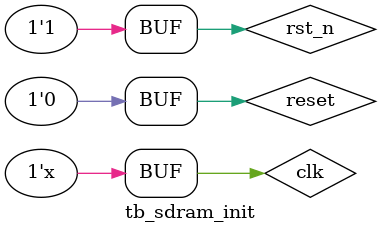
<source format=v>
`timescale 1ns / 1ps
module tb_sdram_init(

    );
    reg          clk             ;
    wire         clk_100M        ;
    wire         clk_100M_shift  ;
    wire         clk_50M         ;
    wire         locked          ;
    reg          rst_n           ;
    
    //复位信号与锁定信号相与,表示真正有效的复位
    wire         locked_rst_n    ;
    
    
    wire [3:0]   init_cmd        ;
    wire [1:0]   init_bank_addr  ;
    wire         init_end        ;
    wire [12:0]  init_addr       ;
    
    //clk_gen模块的复位信号高电平有效
    assign reset = ~rst_n;
    
    //复位信号与锁定信号相与
    assign locked_rst_n = rst_n & locked;
    
    //系统时钟和复位
    initial begin
        clk = 1'b1;
        rst_n <= 1'b0;
    #20
        rst_n <= 1'b1;
    end
    
    always#10 clk = ~clk;
    
    
    //重定义sdram仿真模型参数
    defparam sdram_model_plus_init.addr_bits = 13;
    defparam sdram_model_plus_init.data_bits = 16;
    defparam sdram_model_plus_init.col_bits = 9;
    defparam sdram_model_plus_init.mem_sizes = 2*1024*1024;
    
    
    //时钟生成IP核
      clk_gen clk_gen_inst
   (
    // Clock out ports
    .clk_50M(clk_50M),     // output clk_50M
    .clk_100M(clk_100M),     // output clk_100M
    .clk_100M_shift(clk_100M_shift),     // output clk_100M_shift
    // Status and control signals
    .reset(reset), // input reset
    .locked(locked),       // output locked
   // Clock in ports
    .clk_in1(clk)  //50M时钟输入
    
    );      // input clk_in1
    
    
    sdram_init sdram_init_inst(
        .clk             (clk_100M      ),  //100MHz
        .rst_n           (locked_rst_n  ),
                          
        .init_cmd        (init_cmd      ),
        .init_bank_addr  (init_bank_addr),
        .init_end        (init_end      ),
        .init_addr       (init_addr     )
    );
    
    
    
    //sdram仿真模块
    sdram_model_plus sdram_model_plus_init
    (
        .Dq      (),  //初始化时没有数据交互,先不连接
        .Addr    (init_addr),  
        .Ba      (init_bank_addr), 
        .Clk     (clk_100M_shift),   //使用有相位偏移的时钟
        .Cke     (1'b1), 
        .Cs_n    (init_cmd[3]), 
        .Ras_n   (init_cmd[2]), 
        .Cas_n   (init_cmd[1]), 
        .We_n    (init_cmd[0]), 
        .Dqm     (2'b00),  //相当于不使用掩码
        .Debug   (1'b1)
    );
    
    
    
    
endmodule

</source>
